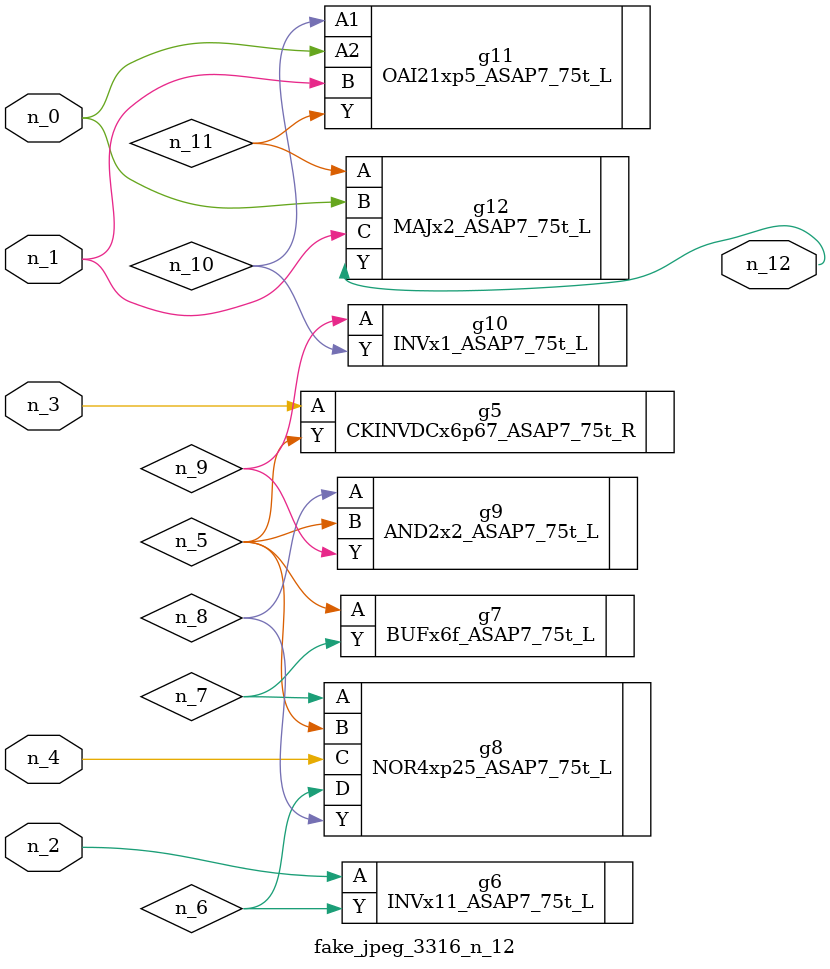
<source format=v>
module fake_jpeg_3316_n_12 (n_3, n_2, n_1, n_0, n_4, n_12);

input n_3;
input n_2;
input n_1;
input n_0;
input n_4;

output n_12;

wire n_11;
wire n_10;
wire n_8;
wire n_9;
wire n_6;
wire n_5;
wire n_7;

CKINVDCx6p67_ASAP7_75t_R g5 ( 
.A(n_3),
.Y(n_5)
);

INVx11_ASAP7_75t_L g6 ( 
.A(n_2),
.Y(n_6)
);

BUFx6f_ASAP7_75t_L g7 ( 
.A(n_5),
.Y(n_7)
);

NOR4xp25_ASAP7_75t_L g8 ( 
.A(n_7),
.B(n_5),
.C(n_4),
.D(n_6),
.Y(n_8)
);

AND2x2_ASAP7_75t_L g9 ( 
.A(n_8),
.B(n_5),
.Y(n_9)
);

INVx1_ASAP7_75t_L g10 ( 
.A(n_9),
.Y(n_10)
);

OAI21xp5_ASAP7_75t_L g11 ( 
.A1(n_10),
.A2(n_0),
.B(n_1),
.Y(n_11)
);

MAJx2_ASAP7_75t_L g12 ( 
.A(n_11),
.B(n_0),
.C(n_1),
.Y(n_12)
);


endmodule
</source>
